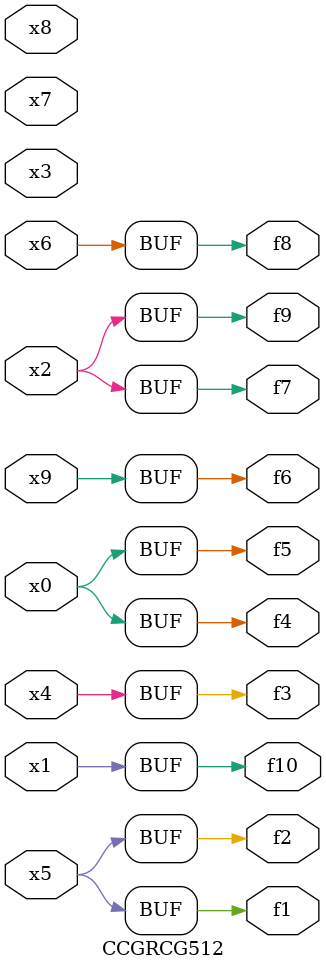
<source format=v>
module CCGRCG512(
	input x0, x1, x2, x3, x4, x5, x6, x7, x8, x9,
	output f1, f2, f3, f4, f5, f6, f7, f8, f9, f10
);
	assign f1 = x5;
	assign f2 = x5;
	assign f3 = x4;
	assign f4 = x0;
	assign f5 = x0;
	assign f6 = x9;
	assign f7 = x2;
	assign f8 = x6;
	assign f9 = x2;
	assign f10 = x1;
endmodule

</source>
